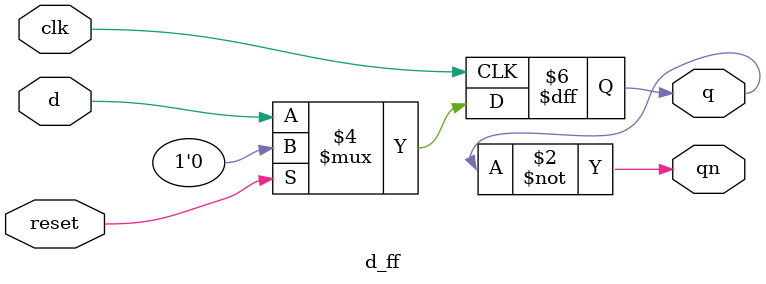
<source format=v>
module d_ff(clk,d,reset,q,qn);
 input wire clk;
 input wire d;
 input wire reset;
 output reg q;
 output wire qn;


 always @(posedge clk) begin
    if(reset) begin
      q<=1'b0;
    end
    else 
      q<=d;
      
 end

  assign qn = ~q;

endmodule
</source>
